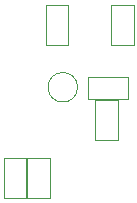
<source format=gbr>
G04 #@! TF.GenerationSoftware,KiCad,Pcbnew,5.1.1-8be2ce7~80~ubuntu18.10.1*
G04 #@! TF.CreationDate,2019-05-25T12:59:07+08:00*
G04 #@! TF.ProjectId,tas2562_dev_pcb,74617332-3536-4325-9f64-65765f706362,rev?*
G04 #@! TF.SameCoordinates,Original*
G04 #@! TF.FileFunction,Other,User*
%FSLAX46Y46*%
G04 Gerber Fmt 4.6, Leading zero omitted, Abs format (unit mm)*
G04 Created by KiCad (PCBNEW 5.1.1-8be2ce7~80~ubuntu18.10.1) date 2019-05-25 12:59:07*
%MOMM*%
%LPD*%
G04 APERTURE LIST*
%ADD10C,0.050000*%
G04 APERTURE END LIST*
D10*
X150302000Y-76658500D02*
X150302000Y-73298500D01*
X148402000Y-76658500D02*
X150302000Y-76658500D01*
X148402000Y-73298500D02*
X148402000Y-76658500D01*
X150302000Y-73298500D02*
X148402000Y-73298500D01*
X142555000Y-81563000D02*
X142555000Y-78203000D01*
X140655000Y-81563000D02*
X142555000Y-81563000D01*
X140655000Y-78203000D02*
X140655000Y-81563000D01*
X142555000Y-78203000D02*
X140655000Y-78203000D01*
X144561600Y-78179900D02*
X142661600Y-78179900D01*
X142661600Y-78179900D02*
X142661600Y-81539900D01*
X142661600Y-81539900D02*
X144561600Y-81539900D01*
X144561600Y-81539900D02*
X144561600Y-78179900D01*
X151673600Y-68585900D02*
X151673600Y-65225900D01*
X149773600Y-68585900D02*
X151673600Y-68585900D01*
X149773600Y-65225900D02*
X149773600Y-68585900D01*
X151673600Y-65225900D02*
X149773600Y-65225900D01*
X146136400Y-65225900D02*
X144236400Y-65225900D01*
X144236400Y-65225900D02*
X144236400Y-68585900D01*
X144236400Y-68585900D02*
X146136400Y-68585900D01*
X146136400Y-68585900D02*
X146136400Y-65225900D01*
X151174000Y-73213000D02*
X151174000Y-71313000D01*
X151174000Y-71313000D02*
X147814000Y-71313000D01*
X147814000Y-71313000D02*
X147814000Y-73213000D01*
X147814000Y-73213000D02*
X151174000Y-73213000D01*
X146919000Y-72199500D02*
G75*
G03X146919000Y-72199500I-1250000J0D01*
G01*
M02*

</source>
